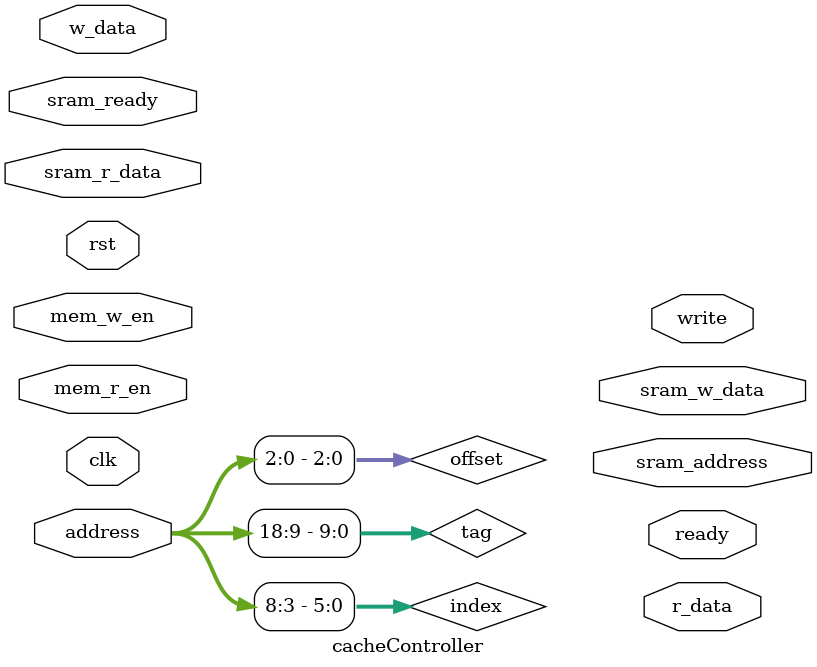
<source format=v>
module cacheController (
    input clk,
    input rst,

    input [31:0] address,
    input [31:0] w_data,
    input mem_r_en,
    input mem_w_en,
    output [31:0] r_data,
    output ready,

    output [31:0] sram_address,
    output [31:0] sram_w_data,
    output write,
    input [63:0] sram_r_data,
    input sram_ready

);

    reg [63:0] way0_data [0:63];
    reg [9:0]  way0_tags [0:63];
    reg [63:0] way0_valid;
    reg [63:0] way1_data [0:63];
    reg [9:0]  way1_tags [0:63];
    reg [63:0] way1_valid;
    

    wire [2:0] offset = address[2:0];
    wire [5:0] index = address[8:3];
    wire [9:0] tag = address[18:9];

    
    wire way0_hit = (way0_tags[index] == tag) && way0_valid[index];
    wire way1_hit = (way1_tags[index] == tag) && way1_valid[index];
    wire cache_hit = way0_hit | way1_hit;

    wire [63:0] cache_data_out = (way0_hit) ? (way0_data[index]) : (way1_hit) ? (way1_data[index]) : 64'bz;
    

    
endmodule
</source>
